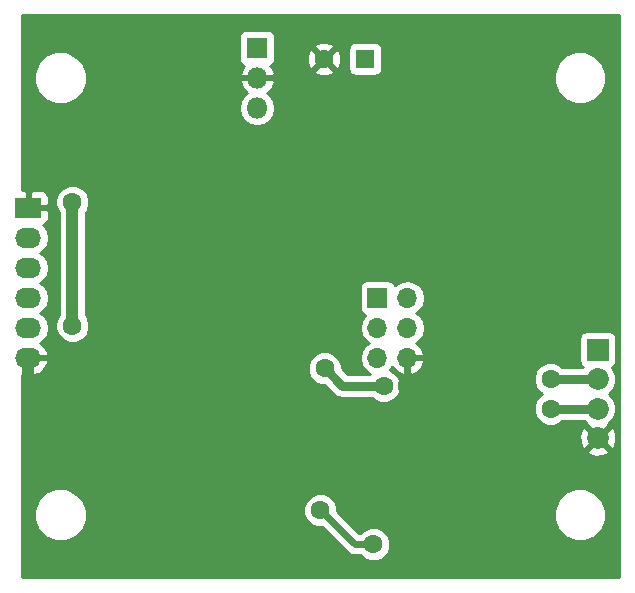
<source format=gbr>
G04 #@! TF.GenerationSoftware,KiCad,Pcbnew,no-vcs-found-c20cf4a~58~ubuntu16.04.1*
G04 #@! TF.CreationDate,2017-03-22T23:35:43+02:00*
G04 #@! TF.ProjectId,line-interface,6C696E652D696E746572666163652E6B,rev?*
G04 #@! TF.FileFunction,Copper,L2,Bot,Signal*
G04 #@! TF.FilePolarity,Positive*
%FSLAX46Y46*%
G04 Gerber Fmt 4.6, Leading zero omitted, Abs format (unit mm)*
G04 Created by KiCad (PCBNEW no-vcs-found-c20cf4a~58~ubuntu16.04.1) date Wed Mar 22 23:35:43 2017*
%MOMM*%
%LPD*%
G01*
G04 APERTURE LIST*
%ADD10C,0.100000*%
%ADD11C,1.850000*%
%ADD12R,1.850000X1.850000*%
%ADD13R,1.800000X1.800000*%
%ADD14O,1.800000X1.800000*%
%ADD15O,2.200000X1.700000*%
%ADD16R,2.200000X1.700000*%
%ADD17C,1.600000*%
%ADD18R,1.600000X1.600000*%
%ADD19O,1.700000X1.700000*%
%ADD20R,1.700000X1.700000*%
%ADD21C,1.000000*%
%ADD22C,0.600000*%
%ADD23C,0.800000*%
%ADD24C,0.254000*%
G04 APERTURE END LIST*
D10*
D11*
X149500000Y-136500000D03*
X149500000Y-134000000D03*
X149500000Y-131500000D03*
D12*
X149500000Y-129000000D03*
D13*
X120660000Y-103460000D03*
D14*
X120660000Y-106000000D03*
X120660000Y-108540000D03*
D15*
X101270000Y-129700000D03*
X101270000Y-127160000D03*
X101270000Y-124620000D03*
X101270000Y-122080000D03*
X101270000Y-119540000D03*
D16*
X101270000Y-117000000D03*
D17*
X126300000Y-104400000D03*
D18*
X129800000Y-104400000D03*
D19*
X133382400Y-129700000D03*
X130842400Y-129700000D03*
X133382400Y-127160000D03*
X130842400Y-127160000D03*
X133382400Y-124620000D03*
D20*
X130842400Y-124620000D03*
D17*
X105000000Y-127000000D03*
X105000000Y-116500000D03*
X143000000Y-104500000D03*
X145000000Y-138500000D03*
X136500000Y-132000000D03*
X120500000Y-141000000D03*
X102000000Y-114500000D03*
X101500000Y-132500000D03*
X112500000Y-130000000D03*
X112500000Y-141000000D03*
X124882400Y-127580000D03*
X133382400Y-132080000D03*
X126382400Y-130580000D03*
X131382400Y-132080000D03*
X145500000Y-131500000D03*
X145500000Y-134000000D03*
X130500000Y-145500000D03*
X126006379Y-142599968D03*
D21*
X105000000Y-116500000D02*
X105000000Y-127000000D01*
X112500000Y-141000000D02*
X120500000Y-141000000D01*
X101270000Y-129700000D02*
X101270000Y-132270000D01*
X101270000Y-132270000D02*
X101500000Y-132500000D01*
D22*
X133382400Y-129700000D02*
X133382400Y-132080000D01*
D23*
X131382400Y-132080000D02*
X127882400Y-132080000D01*
X127882400Y-132080000D02*
X126382400Y-130580000D01*
X145500000Y-131500000D02*
X149500000Y-131500000D01*
X145500000Y-134000000D02*
X149500000Y-134000000D01*
D22*
X129368630Y-145500000D02*
X130500000Y-145500000D01*
X128906411Y-145500000D02*
X129368630Y-145500000D01*
X126006379Y-142599968D02*
X128906411Y-145500000D01*
D24*
G36*
X151290000Y-148290000D02*
X100710000Y-148290000D01*
X100710000Y-143442619D01*
X101764613Y-143442619D01*
X102104155Y-144264372D01*
X102732321Y-144893636D01*
X103553481Y-145234611D01*
X104442619Y-145235387D01*
X105264372Y-144895845D01*
X105893636Y-144267679D01*
X106234611Y-143446519D01*
X106235101Y-142884155D01*
X124571131Y-142884155D01*
X124789136Y-143411768D01*
X125192456Y-143815792D01*
X125719688Y-144034718D01*
X126119187Y-144035066D01*
X128245266Y-146161145D01*
X128548602Y-146363827D01*
X128607967Y-146375636D01*
X128906411Y-146435001D01*
X128906416Y-146435000D01*
X129405742Y-146435000D01*
X129686077Y-146715824D01*
X130213309Y-146934750D01*
X130784187Y-146935248D01*
X131311800Y-146717243D01*
X131715824Y-146313923D01*
X131934750Y-145786691D01*
X131935248Y-145215813D01*
X131717243Y-144688200D01*
X131313923Y-144284176D01*
X130786691Y-144065250D01*
X130215813Y-144064752D01*
X129688200Y-144282757D01*
X129405464Y-144565000D01*
X129293701Y-144565000D01*
X128171320Y-143442619D01*
X145764613Y-143442619D01*
X146104155Y-144264372D01*
X146732321Y-144893636D01*
X147553481Y-145234611D01*
X148442619Y-145235387D01*
X149264372Y-144895845D01*
X149893636Y-144267679D01*
X150234611Y-143446519D01*
X150235387Y-142557381D01*
X149895845Y-141735628D01*
X149267679Y-141106364D01*
X148446519Y-140765389D01*
X147557381Y-140764613D01*
X146735628Y-141104155D01*
X146106364Y-141732321D01*
X145765389Y-142553481D01*
X145764613Y-143442619D01*
X128171320Y-143442619D01*
X127441281Y-142712580D01*
X127441627Y-142315781D01*
X127223622Y-141788168D01*
X126820302Y-141384144D01*
X126293070Y-141165218D01*
X125722192Y-141164720D01*
X125194579Y-141382725D01*
X124790555Y-141786045D01*
X124571629Y-142313277D01*
X124571131Y-142884155D01*
X106235101Y-142884155D01*
X106235387Y-142557381D01*
X105895845Y-141735628D01*
X105267679Y-141106364D01*
X104446519Y-140765389D01*
X103557381Y-140764613D01*
X102735628Y-141104155D01*
X102106364Y-141732321D01*
X101765389Y-142553481D01*
X101764613Y-143442619D01*
X100710000Y-143442619D01*
X100710000Y-137598256D01*
X148581349Y-137598256D01*
X148670821Y-137857332D01*
X149253368Y-138071325D01*
X149873461Y-138046097D01*
X150329179Y-137857332D01*
X150418651Y-137598256D01*
X149500000Y-136679605D01*
X148581349Y-137598256D01*
X100710000Y-137598256D01*
X100710000Y-136253368D01*
X147928675Y-136253368D01*
X147953903Y-136873461D01*
X148142668Y-137329179D01*
X148401744Y-137418651D01*
X149320395Y-136500000D01*
X149679605Y-136500000D01*
X150598256Y-137418651D01*
X150857332Y-137329179D01*
X151071325Y-136746632D01*
X151046097Y-136126539D01*
X150857332Y-135670821D01*
X150598256Y-135581349D01*
X149679605Y-136500000D01*
X149320395Y-136500000D01*
X148401744Y-135581349D01*
X148142668Y-135670821D01*
X147928675Y-136253368D01*
X100710000Y-136253368D01*
X100710000Y-131136007D01*
X100908361Y-131191135D01*
X101143000Y-131031491D01*
X101143000Y-129827000D01*
X101397000Y-129827000D01*
X101397000Y-131031491D01*
X101631639Y-131191135D01*
X102193774Y-131034907D01*
X102412036Y-130864187D01*
X124947152Y-130864187D01*
X125165157Y-131391800D01*
X125568477Y-131795824D01*
X126095709Y-132014750D01*
X126353663Y-132014975D01*
X127150542Y-132811853D01*
X127150544Y-132811856D01*
X127273367Y-132893923D01*
X127486322Y-133036215D01*
X127882400Y-133115000D01*
X130387968Y-133115000D01*
X130568477Y-133295824D01*
X131095709Y-133514750D01*
X131666587Y-133515248D01*
X132194200Y-133297243D01*
X132598224Y-132893923D01*
X132817150Y-132366691D01*
X132817648Y-131795813D01*
X132812845Y-131784187D01*
X144064752Y-131784187D01*
X144282757Y-132311800D01*
X144686077Y-132715824D01*
X144767931Y-132749813D01*
X144688200Y-132782757D01*
X144284176Y-133186077D01*
X144065250Y-133713309D01*
X144064752Y-134284187D01*
X144282757Y-134811800D01*
X144686077Y-135215824D01*
X145213309Y-135434750D01*
X145784187Y-135435248D01*
X146311800Y-135217243D01*
X146494361Y-135035000D01*
X148328945Y-135035000D01*
X148610574Y-135317121D01*
X148581349Y-135401744D01*
X149500000Y-136320395D01*
X150418651Y-135401744D01*
X150389235Y-135316566D01*
X150821732Y-134884823D01*
X151059728Y-134311664D01*
X151060270Y-133691058D01*
X150823275Y-133117486D01*
X150456174Y-132749744D01*
X150821732Y-132384823D01*
X151059728Y-131811664D01*
X151060270Y-131191058D01*
X150823275Y-130617486D01*
X150706565Y-130500572D01*
X150882809Y-130382809D01*
X151023157Y-130172765D01*
X151072440Y-129925000D01*
X151072440Y-128075000D01*
X151023157Y-127827235D01*
X150882809Y-127617191D01*
X150672765Y-127476843D01*
X150425000Y-127427560D01*
X148575000Y-127427560D01*
X148327235Y-127476843D01*
X148117191Y-127617191D01*
X147976843Y-127827235D01*
X147927560Y-128075000D01*
X147927560Y-129925000D01*
X147976843Y-130172765D01*
X148117191Y-130382809D01*
X148240198Y-130465000D01*
X146494432Y-130465000D01*
X146313923Y-130284176D01*
X145786691Y-130065250D01*
X145215813Y-130064752D01*
X144688200Y-130282757D01*
X144284176Y-130686077D01*
X144065250Y-131213309D01*
X144064752Y-131784187D01*
X132812845Y-131784187D01*
X132599643Y-131268200D01*
X132196323Y-130864176D01*
X131921524Y-130750069D01*
X131921547Y-130750054D01*
X132110745Y-130466899D01*
X132110755Y-130466924D01*
X132501042Y-130895183D01*
X133025508Y-131141486D01*
X133255400Y-131020819D01*
X133255400Y-129827000D01*
X133509400Y-129827000D01*
X133509400Y-131020819D01*
X133739292Y-131141486D01*
X134263758Y-130895183D01*
X134654045Y-130466924D01*
X134823876Y-130056890D01*
X134702555Y-129827000D01*
X133509400Y-129827000D01*
X133255400Y-129827000D01*
X133235400Y-129827000D01*
X133235400Y-129573000D01*
X133255400Y-129573000D01*
X133255400Y-129553000D01*
X133509400Y-129553000D01*
X133509400Y-129573000D01*
X134702555Y-129573000D01*
X134823876Y-129343110D01*
X134654045Y-128933076D01*
X134263758Y-128504817D01*
X134120847Y-128437702D01*
X134461547Y-128210054D01*
X134783454Y-127728285D01*
X134896493Y-127160000D01*
X134783454Y-126591715D01*
X134461547Y-126109946D01*
X134132374Y-125890000D01*
X134461547Y-125670054D01*
X134783454Y-125188285D01*
X134896493Y-124620000D01*
X134783454Y-124051715D01*
X134461547Y-123569946D01*
X133979778Y-123248039D01*
X133411493Y-123135000D01*
X133353307Y-123135000D01*
X132785022Y-123248039D01*
X132303253Y-123569946D01*
X132300783Y-123573643D01*
X132290557Y-123522235D01*
X132150209Y-123312191D01*
X131940165Y-123171843D01*
X131692400Y-123122560D01*
X129992400Y-123122560D01*
X129744635Y-123171843D01*
X129534591Y-123312191D01*
X129394243Y-123522235D01*
X129344960Y-123770000D01*
X129344960Y-125470000D01*
X129394243Y-125717765D01*
X129534591Y-125927809D01*
X129744635Y-126068157D01*
X129807177Y-126080597D01*
X129763253Y-126109946D01*
X129441346Y-126591715D01*
X129328307Y-127160000D01*
X129441346Y-127728285D01*
X129763253Y-128210054D01*
X130092426Y-128430000D01*
X129763253Y-128649946D01*
X129441346Y-129131715D01*
X129328307Y-129700000D01*
X129441346Y-130268285D01*
X129763253Y-130750054D01*
X130204672Y-131045000D01*
X128311111Y-131045000D01*
X127817425Y-130551314D01*
X127817648Y-130295813D01*
X127599643Y-129768200D01*
X127196323Y-129364176D01*
X126669091Y-129145250D01*
X126098213Y-129144752D01*
X125570600Y-129362757D01*
X125166576Y-129766077D01*
X124947650Y-130293309D01*
X124947152Y-130864187D01*
X102412036Y-130864187D01*
X102653333Y-130675451D01*
X102940352Y-130167491D01*
X102961476Y-130056890D01*
X102840155Y-129827000D01*
X101397000Y-129827000D01*
X101143000Y-129827000D01*
X101123000Y-129827000D01*
X101123000Y-129573000D01*
X101143000Y-129573000D01*
X101143000Y-129553000D01*
X101397000Y-129553000D01*
X101397000Y-129573000D01*
X102840155Y-129573000D01*
X102961476Y-129343110D01*
X102940352Y-129232509D01*
X102653333Y-128724549D01*
X102275888Y-128429321D01*
X102604045Y-128210054D01*
X102925952Y-127728285D01*
X103038991Y-127160000D01*
X102925952Y-126591715D01*
X102604045Y-126109946D01*
X102274872Y-125890000D01*
X102604045Y-125670054D01*
X102925952Y-125188285D01*
X103038991Y-124620000D01*
X102925952Y-124051715D01*
X102604045Y-123569946D01*
X102274872Y-123350000D01*
X102604045Y-123130054D01*
X102925952Y-122648285D01*
X103038991Y-122080000D01*
X102925952Y-121511715D01*
X102604045Y-121029946D01*
X102274872Y-120810000D01*
X102604045Y-120590054D01*
X102925952Y-120108285D01*
X103038991Y-119540000D01*
X102925952Y-118971715D01*
X102604045Y-118489946D01*
X102558247Y-118459345D01*
X102729698Y-118388327D01*
X102908327Y-118209699D01*
X103005000Y-117976310D01*
X103005000Y-117285750D01*
X102846250Y-117127000D01*
X101397000Y-117127000D01*
X101397000Y-117147000D01*
X101143000Y-117147000D01*
X101143000Y-117127000D01*
X101123000Y-117127000D01*
X101123000Y-116873000D01*
X101143000Y-116873000D01*
X101143000Y-115673750D01*
X101397000Y-115673750D01*
X101397000Y-116873000D01*
X102846250Y-116873000D01*
X102935063Y-116784187D01*
X103564752Y-116784187D01*
X103782757Y-117311800D01*
X103865000Y-117394187D01*
X103865000Y-126105394D01*
X103784176Y-126186077D01*
X103565250Y-126713309D01*
X103564752Y-127284187D01*
X103782757Y-127811800D01*
X104186077Y-128215824D01*
X104713309Y-128434750D01*
X105284187Y-128435248D01*
X105811800Y-128217243D01*
X106215824Y-127813923D01*
X106434750Y-127286691D01*
X106435248Y-126715813D01*
X106217243Y-126188200D01*
X106135000Y-126105813D01*
X106135000Y-117394606D01*
X106215824Y-117313923D01*
X106434750Y-116786691D01*
X106435248Y-116215813D01*
X106217243Y-115688200D01*
X105813923Y-115284176D01*
X105286691Y-115065250D01*
X104715813Y-115064752D01*
X104188200Y-115282757D01*
X103784176Y-115686077D01*
X103565250Y-116213309D01*
X103564752Y-116784187D01*
X102935063Y-116784187D01*
X103005000Y-116714250D01*
X103005000Y-116023690D01*
X102908327Y-115790301D01*
X102729698Y-115611673D01*
X102496309Y-115515000D01*
X101555750Y-115515000D01*
X101397000Y-115673750D01*
X101143000Y-115673750D01*
X100984250Y-115515000D01*
X100710000Y-115515000D01*
X100710000Y-108509928D01*
X119125000Y-108509928D01*
X119125000Y-108570072D01*
X119241845Y-109157491D01*
X119574591Y-109655481D01*
X120072581Y-109988227D01*
X120660000Y-110105072D01*
X121247419Y-109988227D01*
X121745409Y-109655481D01*
X122078155Y-109157491D01*
X122195000Y-108570072D01*
X122195000Y-108509928D01*
X122078155Y-107922509D01*
X121745409Y-107424519D01*
X121507418Y-107265499D01*
X121897966Y-106907576D01*
X122114738Y-106442619D01*
X145764613Y-106442619D01*
X146104155Y-107264372D01*
X146732321Y-107893636D01*
X147553481Y-108234611D01*
X148442619Y-108235387D01*
X149264372Y-107895845D01*
X149893636Y-107267679D01*
X150234611Y-106446519D01*
X150235387Y-105557381D01*
X149895845Y-104735628D01*
X149267679Y-104106364D01*
X148446519Y-103765389D01*
X147557381Y-103764613D01*
X146735628Y-104104155D01*
X146106364Y-104732321D01*
X145765389Y-105553481D01*
X145764613Y-106442619D01*
X122114738Y-106442619D01*
X122151046Y-106364742D01*
X122030997Y-106127000D01*
X120787000Y-106127000D01*
X120787000Y-106147000D01*
X120533000Y-106147000D01*
X120533000Y-106127000D01*
X119289003Y-106127000D01*
X119168954Y-106364742D01*
X119422034Y-106907576D01*
X119812582Y-107265499D01*
X119574591Y-107424519D01*
X119241845Y-107922509D01*
X119125000Y-108509928D01*
X100710000Y-108509928D01*
X100710000Y-106442619D01*
X101764613Y-106442619D01*
X102104155Y-107264372D01*
X102732321Y-107893636D01*
X103553481Y-108234611D01*
X104442619Y-108235387D01*
X105264372Y-107895845D01*
X105893636Y-107267679D01*
X106234611Y-106446519D01*
X106235387Y-105557381D01*
X105895845Y-104735628D01*
X105267679Y-104106364D01*
X104446519Y-103765389D01*
X103557381Y-103764613D01*
X102735628Y-104104155D01*
X102106364Y-104732321D01*
X101765389Y-105553481D01*
X101764613Y-106442619D01*
X100710000Y-106442619D01*
X100710000Y-102560000D01*
X119112560Y-102560000D01*
X119112560Y-104360000D01*
X119161843Y-104607765D01*
X119302191Y-104817809D01*
X119512235Y-104958157D01*
X119558498Y-104967359D01*
X119422034Y-105092424D01*
X119168954Y-105635258D01*
X119289003Y-105873000D01*
X120533000Y-105873000D01*
X120533000Y-105853000D01*
X120787000Y-105853000D01*
X120787000Y-105873000D01*
X122030997Y-105873000D01*
X122151046Y-105635258D01*
X122044975Y-105407745D01*
X125471861Y-105407745D01*
X125545995Y-105653864D01*
X126083223Y-105846965D01*
X126653454Y-105819778D01*
X127054005Y-105653864D01*
X127128139Y-105407745D01*
X126300000Y-104579605D01*
X125471861Y-105407745D01*
X122044975Y-105407745D01*
X121897966Y-105092424D01*
X121761502Y-104967359D01*
X121807765Y-104958157D01*
X122017809Y-104817809D01*
X122158157Y-104607765D01*
X122207440Y-104360000D01*
X122207440Y-104183223D01*
X124853035Y-104183223D01*
X124880222Y-104753454D01*
X125046136Y-105154005D01*
X125292255Y-105228139D01*
X126120395Y-104400000D01*
X126479605Y-104400000D01*
X127307745Y-105228139D01*
X127553864Y-105154005D01*
X127746965Y-104616777D01*
X127719778Y-104046546D01*
X127553864Y-103645995D01*
X127401165Y-103600000D01*
X128352560Y-103600000D01*
X128352560Y-105200000D01*
X128401843Y-105447765D01*
X128542191Y-105657809D01*
X128752235Y-105798157D01*
X129000000Y-105847440D01*
X130600000Y-105847440D01*
X130847765Y-105798157D01*
X131057809Y-105657809D01*
X131198157Y-105447765D01*
X131247440Y-105200000D01*
X131247440Y-103600000D01*
X131198157Y-103352235D01*
X131057809Y-103142191D01*
X130847765Y-103001843D01*
X130600000Y-102952560D01*
X129000000Y-102952560D01*
X128752235Y-103001843D01*
X128542191Y-103142191D01*
X128401843Y-103352235D01*
X128352560Y-103600000D01*
X127401165Y-103600000D01*
X127307745Y-103571861D01*
X126479605Y-104400000D01*
X126120395Y-104400000D01*
X125292255Y-103571861D01*
X125046136Y-103645995D01*
X124853035Y-104183223D01*
X122207440Y-104183223D01*
X122207440Y-103392255D01*
X125471861Y-103392255D01*
X126300000Y-104220395D01*
X127128139Y-103392255D01*
X127054005Y-103146136D01*
X126516777Y-102953035D01*
X125946546Y-102980222D01*
X125545995Y-103146136D01*
X125471861Y-103392255D01*
X122207440Y-103392255D01*
X122207440Y-102560000D01*
X122158157Y-102312235D01*
X122017809Y-102102191D01*
X121807765Y-101961843D01*
X121560000Y-101912560D01*
X119760000Y-101912560D01*
X119512235Y-101961843D01*
X119302191Y-102102191D01*
X119161843Y-102312235D01*
X119112560Y-102560000D01*
X100710000Y-102560000D01*
X100710000Y-100710000D01*
X151290000Y-100710000D01*
X151290000Y-148290000D01*
X151290000Y-148290000D01*
G37*
X151290000Y-148290000D02*
X100710000Y-148290000D01*
X100710000Y-143442619D01*
X101764613Y-143442619D01*
X102104155Y-144264372D01*
X102732321Y-144893636D01*
X103553481Y-145234611D01*
X104442619Y-145235387D01*
X105264372Y-144895845D01*
X105893636Y-144267679D01*
X106234611Y-143446519D01*
X106235101Y-142884155D01*
X124571131Y-142884155D01*
X124789136Y-143411768D01*
X125192456Y-143815792D01*
X125719688Y-144034718D01*
X126119187Y-144035066D01*
X128245266Y-146161145D01*
X128548602Y-146363827D01*
X128607967Y-146375636D01*
X128906411Y-146435001D01*
X128906416Y-146435000D01*
X129405742Y-146435000D01*
X129686077Y-146715824D01*
X130213309Y-146934750D01*
X130784187Y-146935248D01*
X131311800Y-146717243D01*
X131715824Y-146313923D01*
X131934750Y-145786691D01*
X131935248Y-145215813D01*
X131717243Y-144688200D01*
X131313923Y-144284176D01*
X130786691Y-144065250D01*
X130215813Y-144064752D01*
X129688200Y-144282757D01*
X129405464Y-144565000D01*
X129293701Y-144565000D01*
X128171320Y-143442619D01*
X145764613Y-143442619D01*
X146104155Y-144264372D01*
X146732321Y-144893636D01*
X147553481Y-145234611D01*
X148442619Y-145235387D01*
X149264372Y-144895845D01*
X149893636Y-144267679D01*
X150234611Y-143446519D01*
X150235387Y-142557381D01*
X149895845Y-141735628D01*
X149267679Y-141106364D01*
X148446519Y-140765389D01*
X147557381Y-140764613D01*
X146735628Y-141104155D01*
X146106364Y-141732321D01*
X145765389Y-142553481D01*
X145764613Y-143442619D01*
X128171320Y-143442619D01*
X127441281Y-142712580D01*
X127441627Y-142315781D01*
X127223622Y-141788168D01*
X126820302Y-141384144D01*
X126293070Y-141165218D01*
X125722192Y-141164720D01*
X125194579Y-141382725D01*
X124790555Y-141786045D01*
X124571629Y-142313277D01*
X124571131Y-142884155D01*
X106235101Y-142884155D01*
X106235387Y-142557381D01*
X105895845Y-141735628D01*
X105267679Y-141106364D01*
X104446519Y-140765389D01*
X103557381Y-140764613D01*
X102735628Y-141104155D01*
X102106364Y-141732321D01*
X101765389Y-142553481D01*
X101764613Y-143442619D01*
X100710000Y-143442619D01*
X100710000Y-137598256D01*
X148581349Y-137598256D01*
X148670821Y-137857332D01*
X149253368Y-138071325D01*
X149873461Y-138046097D01*
X150329179Y-137857332D01*
X150418651Y-137598256D01*
X149500000Y-136679605D01*
X148581349Y-137598256D01*
X100710000Y-137598256D01*
X100710000Y-136253368D01*
X147928675Y-136253368D01*
X147953903Y-136873461D01*
X148142668Y-137329179D01*
X148401744Y-137418651D01*
X149320395Y-136500000D01*
X149679605Y-136500000D01*
X150598256Y-137418651D01*
X150857332Y-137329179D01*
X151071325Y-136746632D01*
X151046097Y-136126539D01*
X150857332Y-135670821D01*
X150598256Y-135581349D01*
X149679605Y-136500000D01*
X149320395Y-136500000D01*
X148401744Y-135581349D01*
X148142668Y-135670821D01*
X147928675Y-136253368D01*
X100710000Y-136253368D01*
X100710000Y-131136007D01*
X100908361Y-131191135D01*
X101143000Y-131031491D01*
X101143000Y-129827000D01*
X101397000Y-129827000D01*
X101397000Y-131031491D01*
X101631639Y-131191135D01*
X102193774Y-131034907D01*
X102412036Y-130864187D01*
X124947152Y-130864187D01*
X125165157Y-131391800D01*
X125568477Y-131795824D01*
X126095709Y-132014750D01*
X126353663Y-132014975D01*
X127150542Y-132811853D01*
X127150544Y-132811856D01*
X127273367Y-132893923D01*
X127486322Y-133036215D01*
X127882400Y-133115000D01*
X130387968Y-133115000D01*
X130568477Y-133295824D01*
X131095709Y-133514750D01*
X131666587Y-133515248D01*
X132194200Y-133297243D01*
X132598224Y-132893923D01*
X132817150Y-132366691D01*
X132817648Y-131795813D01*
X132812845Y-131784187D01*
X144064752Y-131784187D01*
X144282757Y-132311800D01*
X144686077Y-132715824D01*
X144767931Y-132749813D01*
X144688200Y-132782757D01*
X144284176Y-133186077D01*
X144065250Y-133713309D01*
X144064752Y-134284187D01*
X144282757Y-134811800D01*
X144686077Y-135215824D01*
X145213309Y-135434750D01*
X145784187Y-135435248D01*
X146311800Y-135217243D01*
X146494361Y-135035000D01*
X148328945Y-135035000D01*
X148610574Y-135317121D01*
X148581349Y-135401744D01*
X149500000Y-136320395D01*
X150418651Y-135401744D01*
X150389235Y-135316566D01*
X150821732Y-134884823D01*
X151059728Y-134311664D01*
X151060270Y-133691058D01*
X150823275Y-133117486D01*
X150456174Y-132749744D01*
X150821732Y-132384823D01*
X151059728Y-131811664D01*
X151060270Y-131191058D01*
X150823275Y-130617486D01*
X150706565Y-130500572D01*
X150882809Y-130382809D01*
X151023157Y-130172765D01*
X151072440Y-129925000D01*
X151072440Y-128075000D01*
X151023157Y-127827235D01*
X150882809Y-127617191D01*
X150672765Y-127476843D01*
X150425000Y-127427560D01*
X148575000Y-127427560D01*
X148327235Y-127476843D01*
X148117191Y-127617191D01*
X147976843Y-127827235D01*
X147927560Y-128075000D01*
X147927560Y-129925000D01*
X147976843Y-130172765D01*
X148117191Y-130382809D01*
X148240198Y-130465000D01*
X146494432Y-130465000D01*
X146313923Y-130284176D01*
X145786691Y-130065250D01*
X145215813Y-130064752D01*
X144688200Y-130282757D01*
X144284176Y-130686077D01*
X144065250Y-131213309D01*
X144064752Y-131784187D01*
X132812845Y-131784187D01*
X132599643Y-131268200D01*
X132196323Y-130864176D01*
X131921524Y-130750069D01*
X131921547Y-130750054D01*
X132110745Y-130466899D01*
X132110755Y-130466924D01*
X132501042Y-130895183D01*
X133025508Y-131141486D01*
X133255400Y-131020819D01*
X133255400Y-129827000D01*
X133509400Y-129827000D01*
X133509400Y-131020819D01*
X133739292Y-131141486D01*
X134263758Y-130895183D01*
X134654045Y-130466924D01*
X134823876Y-130056890D01*
X134702555Y-129827000D01*
X133509400Y-129827000D01*
X133255400Y-129827000D01*
X133235400Y-129827000D01*
X133235400Y-129573000D01*
X133255400Y-129573000D01*
X133255400Y-129553000D01*
X133509400Y-129553000D01*
X133509400Y-129573000D01*
X134702555Y-129573000D01*
X134823876Y-129343110D01*
X134654045Y-128933076D01*
X134263758Y-128504817D01*
X134120847Y-128437702D01*
X134461547Y-128210054D01*
X134783454Y-127728285D01*
X134896493Y-127160000D01*
X134783454Y-126591715D01*
X134461547Y-126109946D01*
X134132374Y-125890000D01*
X134461547Y-125670054D01*
X134783454Y-125188285D01*
X134896493Y-124620000D01*
X134783454Y-124051715D01*
X134461547Y-123569946D01*
X133979778Y-123248039D01*
X133411493Y-123135000D01*
X133353307Y-123135000D01*
X132785022Y-123248039D01*
X132303253Y-123569946D01*
X132300783Y-123573643D01*
X132290557Y-123522235D01*
X132150209Y-123312191D01*
X131940165Y-123171843D01*
X131692400Y-123122560D01*
X129992400Y-123122560D01*
X129744635Y-123171843D01*
X129534591Y-123312191D01*
X129394243Y-123522235D01*
X129344960Y-123770000D01*
X129344960Y-125470000D01*
X129394243Y-125717765D01*
X129534591Y-125927809D01*
X129744635Y-126068157D01*
X129807177Y-126080597D01*
X129763253Y-126109946D01*
X129441346Y-126591715D01*
X129328307Y-127160000D01*
X129441346Y-127728285D01*
X129763253Y-128210054D01*
X130092426Y-128430000D01*
X129763253Y-128649946D01*
X129441346Y-129131715D01*
X129328307Y-129700000D01*
X129441346Y-130268285D01*
X129763253Y-130750054D01*
X130204672Y-131045000D01*
X128311111Y-131045000D01*
X127817425Y-130551314D01*
X127817648Y-130295813D01*
X127599643Y-129768200D01*
X127196323Y-129364176D01*
X126669091Y-129145250D01*
X126098213Y-129144752D01*
X125570600Y-129362757D01*
X125166576Y-129766077D01*
X124947650Y-130293309D01*
X124947152Y-130864187D01*
X102412036Y-130864187D01*
X102653333Y-130675451D01*
X102940352Y-130167491D01*
X102961476Y-130056890D01*
X102840155Y-129827000D01*
X101397000Y-129827000D01*
X101143000Y-129827000D01*
X101123000Y-129827000D01*
X101123000Y-129573000D01*
X101143000Y-129573000D01*
X101143000Y-129553000D01*
X101397000Y-129553000D01*
X101397000Y-129573000D01*
X102840155Y-129573000D01*
X102961476Y-129343110D01*
X102940352Y-129232509D01*
X102653333Y-128724549D01*
X102275888Y-128429321D01*
X102604045Y-128210054D01*
X102925952Y-127728285D01*
X103038991Y-127160000D01*
X102925952Y-126591715D01*
X102604045Y-126109946D01*
X102274872Y-125890000D01*
X102604045Y-125670054D01*
X102925952Y-125188285D01*
X103038991Y-124620000D01*
X102925952Y-124051715D01*
X102604045Y-123569946D01*
X102274872Y-123350000D01*
X102604045Y-123130054D01*
X102925952Y-122648285D01*
X103038991Y-122080000D01*
X102925952Y-121511715D01*
X102604045Y-121029946D01*
X102274872Y-120810000D01*
X102604045Y-120590054D01*
X102925952Y-120108285D01*
X103038991Y-119540000D01*
X102925952Y-118971715D01*
X102604045Y-118489946D01*
X102558247Y-118459345D01*
X102729698Y-118388327D01*
X102908327Y-118209699D01*
X103005000Y-117976310D01*
X103005000Y-117285750D01*
X102846250Y-117127000D01*
X101397000Y-117127000D01*
X101397000Y-117147000D01*
X101143000Y-117147000D01*
X101143000Y-117127000D01*
X101123000Y-117127000D01*
X101123000Y-116873000D01*
X101143000Y-116873000D01*
X101143000Y-115673750D01*
X101397000Y-115673750D01*
X101397000Y-116873000D01*
X102846250Y-116873000D01*
X102935063Y-116784187D01*
X103564752Y-116784187D01*
X103782757Y-117311800D01*
X103865000Y-117394187D01*
X103865000Y-126105394D01*
X103784176Y-126186077D01*
X103565250Y-126713309D01*
X103564752Y-127284187D01*
X103782757Y-127811800D01*
X104186077Y-128215824D01*
X104713309Y-128434750D01*
X105284187Y-128435248D01*
X105811800Y-128217243D01*
X106215824Y-127813923D01*
X106434750Y-127286691D01*
X106435248Y-126715813D01*
X106217243Y-126188200D01*
X106135000Y-126105813D01*
X106135000Y-117394606D01*
X106215824Y-117313923D01*
X106434750Y-116786691D01*
X106435248Y-116215813D01*
X106217243Y-115688200D01*
X105813923Y-115284176D01*
X105286691Y-115065250D01*
X104715813Y-115064752D01*
X104188200Y-115282757D01*
X103784176Y-115686077D01*
X103565250Y-116213309D01*
X103564752Y-116784187D01*
X102935063Y-116784187D01*
X103005000Y-116714250D01*
X103005000Y-116023690D01*
X102908327Y-115790301D01*
X102729698Y-115611673D01*
X102496309Y-115515000D01*
X101555750Y-115515000D01*
X101397000Y-115673750D01*
X101143000Y-115673750D01*
X100984250Y-115515000D01*
X100710000Y-115515000D01*
X100710000Y-108509928D01*
X119125000Y-108509928D01*
X119125000Y-108570072D01*
X119241845Y-109157491D01*
X119574591Y-109655481D01*
X120072581Y-109988227D01*
X120660000Y-110105072D01*
X121247419Y-109988227D01*
X121745409Y-109655481D01*
X122078155Y-109157491D01*
X122195000Y-108570072D01*
X122195000Y-108509928D01*
X122078155Y-107922509D01*
X121745409Y-107424519D01*
X121507418Y-107265499D01*
X121897966Y-106907576D01*
X122114738Y-106442619D01*
X145764613Y-106442619D01*
X146104155Y-107264372D01*
X146732321Y-107893636D01*
X147553481Y-108234611D01*
X148442619Y-108235387D01*
X149264372Y-107895845D01*
X149893636Y-107267679D01*
X150234611Y-106446519D01*
X150235387Y-105557381D01*
X149895845Y-104735628D01*
X149267679Y-104106364D01*
X148446519Y-103765389D01*
X147557381Y-103764613D01*
X146735628Y-104104155D01*
X146106364Y-104732321D01*
X145765389Y-105553481D01*
X145764613Y-106442619D01*
X122114738Y-106442619D01*
X122151046Y-106364742D01*
X122030997Y-106127000D01*
X120787000Y-106127000D01*
X120787000Y-106147000D01*
X120533000Y-106147000D01*
X120533000Y-106127000D01*
X119289003Y-106127000D01*
X119168954Y-106364742D01*
X119422034Y-106907576D01*
X119812582Y-107265499D01*
X119574591Y-107424519D01*
X119241845Y-107922509D01*
X119125000Y-108509928D01*
X100710000Y-108509928D01*
X100710000Y-106442619D01*
X101764613Y-106442619D01*
X102104155Y-107264372D01*
X102732321Y-107893636D01*
X103553481Y-108234611D01*
X104442619Y-108235387D01*
X105264372Y-107895845D01*
X105893636Y-107267679D01*
X106234611Y-106446519D01*
X106235387Y-105557381D01*
X105895845Y-104735628D01*
X105267679Y-104106364D01*
X104446519Y-103765389D01*
X103557381Y-103764613D01*
X102735628Y-104104155D01*
X102106364Y-104732321D01*
X101765389Y-105553481D01*
X101764613Y-106442619D01*
X100710000Y-106442619D01*
X100710000Y-102560000D01*
X119112560Y-102560000D01*
X119112560Y-104360000D01*
X119161843Y-104607765D01*
X119302191Y-104817809D01*
X119512235Y-104958157D01*
X119558498Y-104967359D01*
X119422034Y-105092424D01*
X119168954Y-105635258D01*
X119289003Y-105873000D01*
X120533000Y-105873000D01*
X120533000Y-105853000D01*
X120787000Y-105853000D01*
X120787000Y-105873000D01*
X122030997Y-105873000D01*
X122151046Y-105635258D01*
X122044975Y-105407745D01*
X125471861Y-105407745D01*
X125545995Y-105653864D01*
X126083223Y-105846965D01*
X126653454Y-105819778D01*
X127054005Y-105653864D01*
X127128139Y-105407745D01*
X126300000Y-104579605D01*
X125471861Y-105407745D01*
X122044975Y-105407745D01*
X121897966Y-105092424D01*
X121761502Y-104967359D01*
X121807765Y-104958157D01*
X122017809Y-104817809D01*
X122158157Y-104607765D01*
X122207440Y-104360000D01*
X122207440Y-104183223D01*
X124853035Y-104183223D01*
X124880222Y-104753454D01*
X125046136Y-105154005D01*
X125292255Y-105228139D01*
X126120395Y-104400000D01*
X126479605Y-104400000D01*
X127307745Y-105228139D01*
X127553864Y-105154005D01*
X127746965Y-104616777D01*
X127719778Y-104046546D01*
X127553864Y-103645995D01*
X127401165Y-103600000D01*
X128352560Y-103600000D01*
X128352560Y-105200000D01*
X128401843Y-105447765D01*
X128542191Y-105657809D01*
X128752235Y-105798157D01*
X129000000Y-105847440D01*
X130600000Y-105847440D01*
X130847765Y-105798157D01*
X131057809Y-105657809D01*
X131198157Y-105447765D01*
X131247440Y-105200000D01*
X131247440Y-103600000D01*
X131198157Y-103352235D01*
X131057809Y-103142191D01*
X130847765Y-103001843D01*
X130600000Y-102952560D01*
X129000000Y-102952560D01*
X128752235Y-103001843D01*
X128542191Y-103142191D01*
X128401843Y-103352235D01*
X128352560Y-103600000D01*
X127401165Y-103600000D01*
X127307745Y-103571861D01*
X126479605Y-104400000D01*
X126120395Y-104400000D01*
X125292255Y-103571861D01*
X125046136Y-103645995D01*
X124853035Y-104183223D01*
X122207440Y-104183223D01*
X122207440Y-103392255D01*
X125471861Y-103392255D01*
X126300000Y-104220395D01*
X127128139Y-103392255D01*
X127054005Y-103146136D01*
X126516777Y-102953035D01*
X125946546Y-102980222D01*
X125545995Y-103146136D01*
X125471861Y-103392255D01*
X122207440Y-103392255D01*
X122207440Y-102560000D01*
X122158157Y-102312235D01*
X122017809Y-102102191D01*
X121807765Y-101961843D01*
X121560000Y-101912560D01*
X119760000Y-101912560D01*
X119512235Y-101961843D01*
X119302191Y-102102191D01*
X119161843Y-102312235D01*
X119112560Y-102560000D01*
X100710000Y-102560000D01*
X100710000Y-100710000D01*
X151290000Y-100710000D01*
X151290000Y-148290000D01*
M02*

</source>
